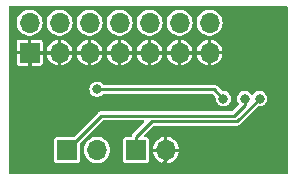
<source format=gbr>
%TF.GenerationSoftware,KiCad,Pcbnew,7.0.6-0*%
%TF.CreationDate,2024-10-04T12:43:47+02:00*%
%TF.ProjectId,Z3660_CPLD_prog,5a333636-305f-4435-904c-445f70726f67,rev?*%
%TF.SameCoordinates,Original*%
%TF.FileFunction,Copper,L2,Bot*%
%TF.FilePolarity,Positive*%
%FSLAX46Y46*%
G04 Gerber Fmt 4.6, Leading zero omitted, Abs format (unit mm)*
G04 Created by KiCad (PCBNEW 7.0.6-0) date 2024-10-04 12:43:47*
%MOMM*%
%LPD*%
G01*
G04 APERTURE LIST*
%TA.AperFunction,ComponentPad*%
%ADD10R,1.700000X1.700000*%
%TD*%
%TA.AperFunction,ComponentPad*%
%ADD11O,1.700000X1.700000*%
%TD*%
%TA.AperFunction,ViaPad*%
%ADD12C,0.800000*%
%TD*%
%TA.AperFunction,Conductor*%
%ADD13C,0.250000*%
%TD*%
G04 APERTURE END LIST*
D10*
%TO.P,J2,1,Pin_1*%
%TO.N,I2C0_SDA*%
X136650000Y-54350000D03*
D11*
%TO.P,J2,2,Pin_2*%
%TO.N,+3V3*%
X139190000Y-54350000D03*
%TD*%
D10*
%TO.P,J1,1,Pin_1*%
%TO.N,I2C0_CLK*%
X142490000Y-54350000D03*
D11*
%TO.P,J1,2,Pin_2*%
%TO.N,Earth*%
X145030000Y-54350000D03*
%TD*%
D10*
%TO.P,J3,1,Pin_1*%
%TO.N,Earth*%
X133480000Y-46100000D03*
D11*
%TO.P,J3,2,Pin_2*%
%TO.N,unconnected-(J3-Pin_2-Pad2)*%
X133480000Y-43560000D03*
%TO.P,J3,3,Pin_3*%
%TO.N,Earth*%
X136020000Y-46100000D03*
%TO.P,J3,4,Pin_4*%
%TO.N,TDI*%
X136020000Y-43560000D03*
%TO.P,J3,5,Pin_5*%
%TO.N,Earth*%
X138560000Y-46100000D03*
%TO.P,J3,6,Pin_6*%
%TO.N,TDO*%
X138560000Y-43560000D03*
%TO.P,J3,7,Pin_7*%
%TO.N,Earth*%
X141100000Y-46100000D03*
%TO.P,J3,8,Pin_8*%
%TO.N,TMS*%
X141100000Y-43560000D03*
%TO.P,J3,9,Pin_9*%
%TO.N,Earth*%
X143640000Y-46100000D03*
%TO.P,J3,10,Pin_10*%
%TO.N,TCK*%
X143640000Y-43560000D03*
%TO.P,J3,11,Pin_11*%
%TO.N,Earth*%
X146180000Y-46100000D03*
%TO.P,J3,12,Pin_12*%
%TO.N,unconnected-(J3-Pin_12-Pad12)*%
X146180000Y-43560000D03*
%TO.P,J3,13,Pin_13*%
%TO.N,Earth*%
X148720000Y-46100000D03*
%TO.P,J3,14,Pin_14*%
%TO.N,unconnected-(J3-Pin_14-Pad14)*%
X148720000Y-43560000D03*
%TD*%
D12*
%TO.N,+3V3*%
X139200000Y-49200000D03*
X149900000Y-50000000D03*
%TO.N,I2C0_CLK*%
X152950000Y-50000000D03*
%TO.N,I2C0_SDA*%
X151699998Y-50000000D03*
%TD*%
D13*
%TO.N,+3V3*%
X139200000Y-49200000D02*
X149100000Y-49200000D01*
X149100000Y-49200000D02*
X149900000Y-50000000D01*
%TO.N,Earth*%
X144250000Y-55950000D02*
X145030000Y-55170000D01*
X133480000Y-53980000D02*
X135450000Y-55950000D01*
X145030000Y-55170000D02*
X145030000Y-54350000D01*
X133480000Y-46100000D02*
X133480000Y-53980000D01*
X135450000Y-55950000D02*
X144250000Y-55950000D01*
X133480000Y-46100000D02*
X148720000Y-46100000D01*
%TO.N,I2C0_CLK*%
X142490000Y-54350000D02*
X142490000Y-53250000D01*
X143840000Y-51900000D02*
X151050000Y-51900000D01*
X151050000Y-51900000D02*
X152950000Y-50000000D01*
X142490000Y-53250000D02*
X143840000Y-51900000D01*
%TO.N,I2C0_SDA*%
X136650000Y-54350000D02*
X139550000Y-51450000D01*
X151699998Y-50550002D02*
X151699998Y-50000000D01*
X139550000Y-51450000D02*
X150800000Y-51450000D01*
X150800000Y-51450000D02*
X151699998Y-50550002D01*
%TD*%
%TA.AperFunction,Conductor*%
%TO.N,Earth*%
G36*
X155292539Y-42170185D02*
G01*
X155338294Y-42222989D01*
X155349500Y-42274500D01*
X155349500Y-56275500D01*
X155329815Y-56342539D01*
X155277011Y-56388294D01*
X155225500Y-56399500D01*
X131824500Y-56399500D01*
X131757461Y-56379815D01*
X131711706Y-56327011D01*
X131700500Y-56275500D01*
X131700500Y-55224678D01*
X135549500Y-55224678D01*
X135564032Y-55297735D01*
X135564033Y-55297739D01*
X135564034Y-55297740D01*
X135619399Y-55380601D01*
X135702259Y-55435965D01*
X135702260Y-55435966D01*
X135702264Y-55435967D01*
X135775321Y-55450499D01*
X135775324Y-55450500D01*
X135775326Y-55450500D01*
X137524676Y-55450500D01*
X137524677Y-55450499D01*
X137597740Y-55435966D01*
X137680601Y-55380601D01*
X137735966Y-55297740D01*
X137750500Y-55224674D01*
X137750500Y-54350000D01*
X138084785Y-54350000D01*
X138103602Y-54553082D01*
X138159417Y-54749247D01*
X138159422Y-54749260D01*
X138250327Y-54931821D01*
X138373237Y-55094581D01*
X138523958Y-55231980D01*
X138523960Y-55231982D01*
X138623141Y-55293392D01*
X138697363Y-55339348D01*
X138887544Y-55413024D01*
X139088024Y-55450500D01*
X139088026Y-55450500D01*
X139291974Y-55450500D01*
X139291976Y-55450500D01*
X139492456Y-55413024D01*
X139682637Y-55339348D01*
X139856041Y-55231981D01*
X140006764Y-55094579D01*
X140129673Y-54931821D01*
X140220582Y-54749250D01*
X140276397Y-54553083D01*
X140295215Y-54350000D01*
X140276397Y-54146917D01*
X140220582Y-53950750D01*
X140215221Y-53939984D01*
X140129804Y-53768443D01*
X140129673Y-53768179D01*
X140006764Y-53605421D01*
X140006762Y-53605418D01*
X139856041Y-53468019D01*
X139856039Y-53468017D01*
X139682642Y-53360655D01*
X139682635Y-53360651D01*
X139493705Y-53287460D01*
X139492456Y-53286976D01*
X139291976Y-53249500D01*
X139088024Y-53249500D01*
X138887544Y-53286976D01*
X138887541Y-53286976D01*
X138887541Y-53286977D01*
X138697364Y-53360651D01*
X138697357Y-53360655D01*
X138523960Y-53468017D01*
X138523958Y-53468019D01*
X138373237Y-53605418D01*
X138250327Y-53768178D01*
X138159422Y-53950739D01*
X138159417Y-53950752D01*
X138103602Y-54146917D01*
X138084785Y-54349999D01*
X138084785Y-54350000D01*
X137750500Y-54350000D01*
X137750500Y-53831898D01*
X137770185Y-53764859D01*
X137786819Y-53744217D01*
X139669218Y-51861819D01*
X139730541Y-51828334D01*
X139756899Y-51825500D01*
X143084100Y-51825500D01*
X143151139Y-51845185D01*
X143196894Y-51897989D01*
X143206838Y-51967147D01*
X143177813Y-52030703D01*
X143171781Y-52037181D01*
X142261108Y-52947852D01*
X142241254Y-52963976D01*
X142232165Y-52969914D01*
X142232164Y-52969915D01*
X142210363Y-52997923D01*
X142205286Y-53003674D01*
X142202484Y-53006477D01*
X142202474Y-53006488D01*
X142188905Y-53025495D01*
X142155192Y-53068808D01*
X142151447Y-53075729D01*
X142147988Y-53082804D01*
X142140531Y-53107853D01*
X142132329Y-53135403D01*
X142121907Y-53165760D01*
X142081525Y-53222776D01*
X142016726Y-53248908D01*
X142004626Y-53249500D01*
X141615323Y-53249500D01*
X141542264Y-53264032D01*
X141542260Y-53264033D01*
X141459399Y-53319399D01*
X141404033Y-53402260D01*
X141404032Y-53402264D01*
X141389500Y-53475321D01*
X141389499Y-53475323D01*
X141389499Y-55224676D01*
X141389500Y-55224678D01*
X141404032Y-55297735D01*
X141404033Y-55297739D01*
X141404034Y-55297740D01*
X141459399Y-55380601D01*
X141542259Y-55435965D01*
X141542260Y-55435966D01*
X141542264Y-55435967D01*
X141615321Y-55450499D01*
X141615324Y-55450500D01*
X141615326Y-55450500D01*
X143364676Y-55450500D01*
X143364677Y-55450499D01*
X143437740Y-55435966D01*
X143520601Y-55380601D01*
X143575966Y-55297740D01*
X143590500Y-55224674D01*
X143590500Y-54224999D01*
X143936869Y-54224999D01*
X143936870Y-54225000D01*
X144596958Y-54225000D01*
X144576190Y-54315992D01*
X144586327Y-54451265D01*
X144595642Y-54475000D01*
X143936870Y-54475000D01*
X143944097Y-54552989D01*
X143944097Y-54552992D01*
X143999883Y-54749063D01*
X143999886Y-54749069D01*
X144090754Y-54931556D01*
X144213608Y-55094242D01*
X144364260Y-55231578D01*
X144537584Y-55338897D01*
X144727678Y-55412539D01*
X144905000Y-55445686D01*
X144905000Y-54782364D01*
X144962173Y-54800000D01*
X145063724Y-54800000D01*
X145155000Y-54786242D01*
X145155000Y-55445686D01*
X145332321Y-55412539D01*
X145522415Y-55338897D01*
X145695739Y-55231578D01*
X145846391Y-55094242D01*
X145969245Y-54931556D01*
X146060113Y-54749069D01*
X146060116Y-54749063D01*
X146115902Y-54552992D01*
X146115902Y-54552989D01*
X146123130Y-54475000D01*
X145463042Y-54475000D01*
X145483810Y-54384008D01*
X145473673Y-54248735D01*
X145464358Y-54225000D01*
X146123130Y-54225000D01*
X146123130Y-54224999D01*
X146115902Y-54147010D01*
X146115902Y-54147007D01*
X146060116Y-53950936D01*
X146060113Y-53950930D01*
X145969245Y-53768443D01*
X145846391Y-53605757D01*
X145695739Y-53468421D01*
X145522415Y-53361102D01*
X145332321Y-53287460D01*
X145155000Y-53254312D01*
X145155000Y-53917635D01*
X145097827Y-53900000D01*
X144996276Y-53900000D01*
X144905000Y-53913757D01*
X144905000Y-53254312D01*
X144727678Y-53287460D01*
X144537584Y-53361102D01*
X144364260Y-53468421D01*
X144213608Y-53605757D01*
X144090754Y-53768443D01*
X143999886Y-53950930D01*
X143999883Y-53950936D01*
X143944097Y-54147007D01*
X143944097Y-54147010D01*
X143936869Y-54224999D01*
X143590500Y-54224999D01*
X143590500Y-53475326D01*
X143590500Y-53475325D01*
X143590500Y-53475323D01*
X143590499Y-53475321D01*
X143575967Y-53402264D01*
X143575966Y-53402260D01*
X143575965Y-53402259D01*
X143520601Y-53319399D01*
X143437740Y-53264034D01*
X143437739Y-53264033D01*
X143437735Y-53264032D01*
X143364677Y-53249500D01*
X143364674Y-53249500D01*
X143320899Y-53249500D01*
X143253860Y-53229815D01*
X143208105Y-53177011D01*
X143198161Y-53107853D01*
X143227186Y-53044297D01*
X143233218Y-53037819D01*
X143959218Y-52311819D01*
X144020541Y-52278334D01*
X144046899Y-52275500D01*
X150998196Y-52275500D01*
X151023641Y-52278139D01*
X151027440Y-52278935D01*
X151034268Y-52280367D01*
X151055225Y-52277754D01*
X151069492Y-52275977D01*
X151077168Y-52275500D01*
X151081112Y-52275500D01*
X151081114Y-52275500D01*
X151081116Y-52275499D01*
X151081122Y-52275499D01*
X151096487Y-52272934D01*
X151104140Y-52271657D01*
X151158626Y-52264866D01*
X151158627Y-52264865D01*
X151158629Y-52264865D01*
X151166141Y-52262628D01*
X151173606Y-52260066D01*
X151173606Y-52260065D01*
X151173610Y-52260065D01*
X151221877Y-52233944D01*
X151271211Y-52209826D01*
X151271213Y-52209823D01*
X151277594Y-52205268D01*
X151283819Y-52200422D01*
X151283826Y-52200419D01*
X151321007Y-52160029D01*
X152794217Y-50686819D01*
X152855541Y-50653334D01*
X152881899Y-50650500D01*
X153028985Y-50650500D01*
X153182365Y-50612696D01*
X153182365Y-50612695D01*
X153322240Y-50539283D01*
X153440483Y-50434530D01*
X153530220Y-50304523D01*
X153586237Y-50156818D01*
X153605278Y-50000000D01*
X153586237Y-49843182D01*
X153530220Y-49695477D01*
X153440483Y-49565470D01*
X153322240Y-49460717D01*
X153322238Y-49460716D01*
X153322237Y-49460715D01*
X153182365Y-49387303D01*
X153028986Y-49349500D01*
X153028985Y-49349500D01*
X152871015Y-49349500D01*
X152871014Y-49349500D01*
X152717634Y-49387303D01*
X152577762Y-49460715D01*
X152459516Y-49565471D01*
X152427049Y-49612508D01*
X152372766Y-49656498D01*
X152303317Y-49664158D01*
X152240753Y-49633055D01*
X152222949Y-49612508D01*
X152210992Y-49595185D01*
X152190481Y-49565470D01*
X152072238Y-49460717D01*
X152072236Y-49460716D01*
X152072235Y-49460715D01*
X151932363Y-49387303D01*
X151778984Y-49349500D01*
X151778983Y-49349500D01*
X151621013Y-49349500D01*
X151621012Y-49349500D01*
X151467632Y-49387303D01*
X151327760Y-49460715D01*
X151209514Y-49565471D01*
X151119779Y-49695475D01*
X151119778Y-49695476D01*
X151063760Y-49843181D01*
X151044720Y-49999999D01*
X151044720Y-50000000D01*
X151063760Y-50156818D01*
X151119778Y-50304523D01*
X151119779Y-50304524D01*
X151181404Y-50393804D01*
X151203287Y-50460159D01*
X151185822Y-50527810D01*
X151167035Y-50551925D01*
X150680781Y-51038181D01*
X150619458Y-51071666D01*
X150593100Y-51074500D01*
X139601804Y-51074500D01*
X139576357Y-51071861D01*
X139573713Y-51071306D01*
X139565729Y-51069632D01*
X139530509Y-51074023D01*
X139522832Y-51074500D01*
X139518886Y-51074500D01*
X139501606Y-51077383D01*
X139495846Y-51078344D01*
X139441368Y-51085135D01*
X139433844Y-51087375D01*
X139426392Y-51089934D01*
X139378119Y-51116057D01*
X139328790Y-51140172D01*
X139322398Y-51144735D01*
X139316174Y-51149580D01*
X139279003Y-51189958D01*
X138259136Y-52209826D01*
X137255781Y-53213181D01*
X137194458Y-53246666D01*
X137168100Y-53249500D01*
X135775323Y-53249500D01*
X135702264Y-53264032D01*
X135702260Y-53264033D01*
X135619399Y-53319399D01*
X135564033Y-53402260D01*
X135564032Y-53402264D01*
X135549500Y-53475321D01*
X135549500Y-55224678D01*
X131700500Y-55224678D01*
X131700500Y-49200000D01*
X138544722Y-49200000D01*
X138563762Y-49356818D01*
X138619780Y-49504523D01*
X138709517Y-49634530D01*
X138827760Y-49739283D01*
X138827762Y-49739284D01*
X138967634Y-49812696D01*
X139121014Y-49850500D01*
X139121015Y-49850500D01*
X139278985Y-49850500D01*
X139432365Y-49812696D01*
X139432364Y-49812695D01*
X139572240Y-49739283D01*
X139690483Y-49634530D01*
X139694257Y-49629061D01*
X139748537Y-49585071D01*
X139796308Y-49575500D01*
X148893101Y-49575500D01*
X148960140Y-49595185D01*
X148980782Y-49611819D01*
X149215481Y-49846518D01*
X149248966Y-49907841D01*
X149250896Y-49949143D01*
X149244722Y-49999997D01*
X149244722Y-50000000D01*
X149263762Y-50156818D01*
X149319780Y-50304523D01*
X149409517Y-50434530D01*
X149527760Y-50539283D01*
X149527762Y-50539284D01*
X149667634Y-50612696D01*
X149821014Y-50650500D01*
X149821015Y-50650500D01*
X149978985Y-50650500D01*
X150132365Y-50612696D01*
X150132364Y-50612695D01*
X150272240Y-50539283D01*
X150390483Y-50434530D01*
X150480220Y-50304523D01*
X150536237Y-50156818D01*
X150555278Y-50000000D01*
X150536237Y-49843182D01*
X150480220Y-49695477D01*
X150390483Y-49565470D01*
X150272240Y-49460717D01*
X150272238Y-49460716D01*
X150272237Y-49460715D01*
X150132365Y-49387303D01*
X149978986Y-49349500D01*
X149978985Y-49349500D01*
X149831900Y-49349500D01*
X149764861Y-49329815D01*
X149744219Y-49313181D01*
X149402149Y-48971111D01*
X149386022Y-48951252D01*
X149380086Y-48942167D01*
X149380083Y-48942163D01*
X149352074Y-48920363D01*
X149346310Y-48915272D01*
X149343515Y-48912477D01*
X149324505Y-48898906D01*
X149281189Y-48865190D01*
X149274274Y-48861448D01*
X149267200Y-48857990D01*
X149214596Y-48842329D01*
X149162658Y-48824499D01*
X149154923Y-48823208D01*
X149147085Y-48822231D01*
X149092244Y-48824500D01*
X139796308Y-48824500D01*
X139729269Y-48804815D01*
X139694257Y-48770938D01*
X139690483Y-48765470D01*
X139572240Y-48660717D01*
X139572238Y-48660716D01*
X139572237Y-48660715D01*
X139432365Y-48587303D01*
X139278986Y-48549500D01*
X139278985Y-48549500D01*
X139121015Y-48549500D01*
X139121014Y-48549500D01*
X138967634Y-48587303D01*
X138827762Y-48660715D01*
X138709516Y-48765471D01*
X138619781Y-48895475D01*
X138619780Y-48895476D01*
X138563762Y-49043181D01*
X138544722Y-49199999D01*
X138544722Y-49200000D01*
X131700500Y-49200000D01*
X131700500Y-46974628D01*
X132380000Y-46974628D01*
X132394503Y-47047540D01*
X132394505Y-47047544D01*
X132449760Y-47130239D01*
X132532455Y-47185494D01*
X132532459Y-47185496D01*
X132605371Y-47199999D01*
X132605374Y-47200000D01*
X133355000Y-47200000D01*
X133355000Y-46587169D01*
X133444237Y-46600000D01*
X133515763Y-46600000D01*
X133605000Y-46587169D01*
X133605000Y-47200000D01*
X134354626Y-47200000D01*
X134354628Y-47199999D01*
X134427540Y-47185496D01*
X134427544Y-47185494D01*
X134510239Y-47130239D01*
X134565494Y-47047544D01*
X134565496Y-47047540D01*
X134579999Y-46974628D01*
X134580000Y-46974626D01*
X134580000Y-46225000D01*
X133964405Y-46225000D01*
X133980000Y-46171889D01*
X133980000Y-46028111D01*
X133964405Y-45975000D01*
X134580000Y-45975000D01*
X134580000Y-45974999D01*
X134926869Y-45974999D01*
X134926870Y-45975000D01*
X135535595Y-45975000D01*
X135520000Y-46028111D01*
X135520000Y-46171889D01*
X135535595Y-46225000D01*
X134926870Y-46225000D01*
X134934097Y-46302989D01*
X134934097Y-46302992D01*
X134989883Y-46499063D01*
X134989886Y-46499069D01*
X135080754Y-46681556D01*
X135203608Y-46844242D01*
X135354260Y-46981578D01*
X135527584Y-47088897D01*
X135717678Y-47162539D01*
X135895000Y-47195686D01*
X135895000Y-46587169D01*
X135984237Y-46600000D01*
X136055763Y-46600000D01*
X136145000Y-46587169D01*
X136145000Y-47195686D01*
X136322321Y-47162539D01*
X136512415Y-47088897D01*
X136685739Y-46981578D01*
X136836391Y-46844242D01*
X136959245Y-46681556D01*
X137050113Y-46499069D01*
X137050116Y-46499063D01*
X137105902Y-46302992D01*
X137105902Y-46302989D01*
X137113130Y-46225000D01*
X136504405Y-46225000D01*
X136520000Y-46171889D01*
X136520000Y-46028111D01*
X136504405Y-45975000D01*
X137113130Y-45975000D01*
X137113130Y-45974999D01*
X137466869Y-45974999D01*
X137466870Y-45975000D01*
X138075595Y-45975000D01*
X138060000Y-46028111D01*
X138060000Y-46171889D01*
X138075595Y-46225000D01*
X137466870Y-46225000D01*
X137474097Y-46302989D01*
X137474097Y-46302992D01*
X137529883Y-46499063D01*
X137529886Y-46499069D01*
X137620754Y-46681556D01*
X137743608Y-46844242D01*
X137894260Y-46981578D01*
X138067584Y-47088897D01*
X138257678Y-47162539D01*
X138435000Y-47195686D01*
X138435000Y-46587169D01*
X138524237Y-46600000D01*
X138595763Y-46600000D01*
X138685000Y-46587169D01*
X138685000Y-47195686D01*
X138862321Y-47162539D01*
X139052415Y-47088897D01*
X139225739Y-46981578D01*
X139376391Y-46844242D01*
X139499245Y-46681556D01*
X139590113Y-46499069D01*
X139590116Y-46499063D01*
X139645902Y-46302992D01*
X139645902Y-46302989D01*
X139653130Y-46225000D01*
X139044405Y-46225000D01*
X139060000Y-46171889D01*
X139060000Y-46028111D01*
X139044405Y-45975000D01*
X139653130Y-45975000D01*
X139653130Y-45974999D01*
X140006869Y-45974999D01*
X140006870Y-45975000D01*
X140615595Y-45975000D01*
X140600000Y-46028111D01*
X140600000Y-46171889D01*
X140615595Y-46225000D01*
X140006870Y-46225000D01*
X140014097Y-46302989D01*
X140014097Y-46302992D01*
X140069883Y-46499063D01*
X140069886Y-46499069D01*
X140160754Y-46681556D01*
X140283608Y-46844242D01*
X140434260Y-46981578D01*
X140607584Y-47088897D01*
X140797678Y-47162539D01*
X140975000Y-47195686D01*
X140975000Y-46587169D01*
X141064237Y-46600000D01*
X141135763Y-46600000D01*
X141225000Y-46587169D01*
X141225000Y-47195686D01*
X141402321Y-47162539D01*
X141592415Y-47088897D01*
X141765739Y-46981578D01*
X141916391Y-46844242D01*
X142039245Y-46681556D01*
X142130113Y-46499069D01*
X142130116Y-46499063D01*
X142185902Y-46302992D01*
X142185902Y-46302989D01*
X142193130Y-46225000D01*
X141584405Y-46225000D01*
X141600000Y-46171889D01*
X141600000Y-46028111D01*
X141584405Y-45975000D01*
X142193130Y-45975000D01*
X142193130Y-45974999D01*
X142546869Y-45974999D01*
X142546870Y-45975000D01*
X143155595Y-45975000D01*
X143140000Y-46028111D01*
X143140000Y-46171889D01*
X143155595Y-46225000D01*
X142546870Y-46225000D01*
X142554097Y-46302989D01*
X142554097Y-46302992D01*
X142609883Y-46499063D01*
X142609886Y-46499069D01*
X142700754Y-46681556D01*
X142823608Y-46844242D01*
X142974260Y-46981578D01*
X143147584Y-47088897D01*
X143337678Y-47162539D01*
X143515000Y-47195686D01*
X143515000Y-46587169D01*
X143604237Y-46600000D01*
X143675763Y-46600000D01*
X143765000Y-46587169D01*
X143765000Y-47195686D01*
X143942321Y-47162539D01*
X144132415Y-47088897D01*
X144305739Y-46981578D01*
X144456391Y-46844242D01*
X144579245Y-46681556D01*
X144670113Y-46499069D01*
X144670116Y-46499063D01*
X144725902Y-46302992D01*
X144725902Y-46302989D01*
X144733130Y-46225000D01*
X144124405Y-46225000D01*
X144140000Y-46171889D01*
X144140000Y-46028111D01*
X144124405Y-45975000D01*
X144733130Y-45975000D01*
X144733130Y-45974999D01*
X145086869Y-45974999D01*
X145086870Y-45975000D01*
X145695595Y-45975000D01*
X145680000Y-46028111D01*
X145680000Y-46171889D01*
X145695595Y-46225000D01*
X145086870Y-46225000D01*
X145094097Y-46302989D01*
X145094097Y-46302992D01*
X145149883Y-46499063D01*
X145149886Y-46499069D01*
X145240754Y-46681556D01*
X145363608Y-46844242D01*
X145514260Y-46981578D01*
X145687584Y-47088897D01*
X145877678Y-47162539D01*
X146055000Y-47195686D01*
X146055000Y-46587169D01*
X146144237Y-46600000D01*
X146215763Y-46600000D01*
X146305000Y-46587169D01*
X146305000Y-47195686D01*
X146482321Y-47162539D01*
X146672415Y-47088897D01*
X146845739Y-46981578D01*
X146996391Y-46844242D01*
X147119245Y-46681556D01*
X147210113Y-46499069D01*
X147210116Y-46499063D01*
X147265902Y-46302992D01*
X147265902Y-46302989D01*
X147273130Y-46225000D01*
X146664405Y-46225000D01*
X146680000Y-46171889D01*
X146680000Y-46028111D01*
X146664405Y-45975000D01*
X147273130Y-45975000D01*
X147273130Y-45974999D01*
X147626869Y-45974999D01*
X147626870Y-45975000D01*
X148235595Y-45975000D01*
X148220000Y-46028111D01*
X148220000Y-46171889D01*
X148235595Y-46225000D01*
X147626870Y-46225000D01*
X147634097Y-46302989D01*
X147634097Y-46302992D01*
X147689883Y-46499063D01*
X147689886Y-46499069D01*
X147780754Y-46681556D01*
X147903608Y-46844242D01*
X148054260Y-46981578D01*
X148227584Y-47088897D01*
X148417678Y-47162539D01*
X148595000Y-47195686D01*
X148595000Y-46587169D01*
X148684237Y-46600000D01*
X148755763Y-46600000D01*
X148845000Y-46587169D01*
X148845000Y-47195686D01*
X149022321Y-47162539D01*
X149212415Y-47088897D01*
X149385739Y-46981578D01*
X149536391Y-46844242D01*
X149659245Y-46681556D01*
X149750113Y-46499069D01*
X149750116Y-46499063D01*
X149805902Y-46302992D01*
X149805902Y-46302989D01*
X149813130Y-46225000D01*
X149204405Y-46225000D01*
X149220000Y-46171889D01*
X149220000Y-46028111D01*
X149204405Y-45975000D01*
X149813130Y-45975000D01*
X149813130Y-45974999D01*
X149805902Y-45897010D01*
X149805902Y-45897007D01*
X149750116Y-45700936D01*
X149750113Y-45700930D01*
X149659245Y-45518443D01*
X149536391Y-45355757D01*
X149385739Y-45218421D01*
X149212415Y-45111102D01*
X149022321Y-45037460D01*
X148845000Y-45004312D01*
X148845000Y-45612830D01*
X148755763Y-45600000D01*
X148684237Y-45600000D01*
X148595000Y-45612830D01*
X148595000Y-45004312D01*
X148417678Y-45037460D01*
X148227584Y-45111102D01*
X148054260Y-45218421D01*
X147903608Y-45355757D01*
X147780754Y-45518443D01*
X147689886Y-45700930D01*
X147689883Y-45700936D01*
X147634097Y-45897007D01*
X147634097Y-45897010D01*
X147626869Y-45974999D01*
X147273130Y-45974999D01*
X147265902Y-45897010D01*
X147265902Y-45897007D01*
X147210116Y-45700936D01*
X147210113Y-45700930D01*
X147119245Y-45518443D01*
X146996391Y-45355757D01*
X146845739Y-45218421D01*
X146672415Y-45111102D01*
X146482321Y-45037460D01*
X146305000Y-45004312D01*
X146305000Y-45612830D01*
X146215763Y-45600000D01*
X146144237Y-45600000D01*
X146055000Y-45612830D01*
X146055000Y-45004312D01*
X145877678Y-45037460D01*
X145687584Y-45111102D01*
X145514260Y-45218421D01*
X145363608Y-45355757D01*
X145240754Y-45518443D01*
X145149886Y-45700930D01*
X145149883Y-45700936D01*
X145094097Y-45897007D01*
X145094097Y-45897010D01*
X145086869Y-45974999D01*
X144733130Y-45974999D01*
X144725902Y-45897010D01*
X144725902Y-45897007D01*
X144670116Y-45700936D01*
X144670113Y-45700930D01*
X144579245Y-45518443D01*
X144456391Y-45355757D01*
X144305739Y-45218421D01*
X144132415Y-45111102D01*
X143942321Y-45037460D01*
X143765000Y-45004312D01*
X143765000Y-45612830D01*
X143675763Y-45600000D01*
X143604237Y-45600000D01*
X143515000Y-45612830D01*
X143515000Y-45004312D01*
X143337678Y-45037460D01*
X143147584Y-45111102D01*
X142974260Y-45218421D01*
X142823608Y-45355757D01*
X142700754Y-45518443D01*
X142609886Y-45700930D01*
X142609883Y-45700936D01*
X142554097Y-45897007D01*
X142554097Y-45897010D01*
X142546869Y-45974999D01*
X142193130Y-45974999D01*
X142185902Y-45897010D01*
X142185902Y-45897007D01*
X142130116Y-45700936D01*
X142130113Y-45700930D01*
X142039245Y-45518443D01*
X141916391Y-45355757D01*
X141765739Y-45218421D01*
X141592415Y-45111102D01*
X141402321Y-45037460D01*
X141225000Y-45004312D01*
X141225000Y-45612830D01*
X141135763Y-45600000D01*
X141064237Y-45600000D01*
X140975000Y-45612830D01*
X140975000Y-45004312D01*
X140797678Y-45037460D01*
X140607584Y-45111102D01*
X140434260Y-45218421D01*
X140283608Y-45355757D01*
X140160754Y-45518443D01*
X140069886Y-45700930D01*
X140069883Y-45700936D01*
X140014097Y-45897007D01*
X140014097Y-45897010D01*
X140006869Y-45974999D01*
X139653130Y-45974999D01*
X139645902Y-45897010D01*
X139645902Y-45897007D01*
X139590116Y-45700936D01*
X139590113Y-45700930D01*
X139499245Y-45518443D01*
X139376391Y-45355757D01*
X139225739Y-45218421D01*
X139052415Y-45111102D01*
X138862321Y-45037460D01*
X138685000Y-45004312D01*
X138685000Y-45612830D01*
X138595763Y-45600000D01*
X138524237Y-45600000D01*
X138435000Y-45612830D01*
X138435000Y-45004312D01*
X138257678Y-45037460D01*
X138067584Y-45111102D01*
X137894260Y-45218421D01*
X137743608Y-45355757D01*
X137620754Y-45518443D01*
X137529886Y-45700930D01*
X137529883Y-45700936D01*
X137474097Y-45897007D01*
X137474097Y-45897010D01*
X137466869Y-45974999D01*
X137113130Y-45974999D01*
X137105902Y-45897010D01*
X137105902Y-45897007D01*
X137050116Y-45700936D01*
X137050113Y-45700930D01*
X136959245Y-45518443D01*
X136836391Y-45355757D01*
X136685739Y-45218421D01*
X136512415Y-45111102D01*
X136322321Y-45037460D01*
X136145000Y-45004312D01*
X136145000Y-45612830D01*
X136055763Y-45600000D01*
X135984237Y-45600000D01*
X135895000Y-45612830D01*
X135895000Y-45004312D01*
X135717678Y-45037460D01*
X135527584Y-45111102D01*
X135354260Y-45218421D01*
X135203608Y-45355757D01*
X135080754Y-45518443D01*
X134989886Y-45700930D01*
X134989883Y-45700936D01*
X134934097Y-45897007D01*
X134934097Y-45897010D01*
X134926869Y-45974999D01*
X134580000Y-45974999D01*
X134580000Y-45225373D01*
X134579999Y-45225371D01*
X134565496Y-45152459D01*
X134565494Y-45152455D01*
X134510239Y-45069760D01*
X134427544Y-45014505D01*
X134427540Y-45014503D01*
X134354627Y-45000000D01*
X133605000Y-45000000D01*
X133605000Y-45612830D01*
X133515763Y-45600000D01*
X133444237Y-45600000D01*
X133355000Y-45612830D01*
X133355000Y-45000000D01*
X132605373Y-45000000D01*
X132532459Y-45014503D01*
X132532455Y-45014505D01*
X132449760Y-45069760D01*
X132394505Y-45152455D01*
X132394503Y-45152459D01*
X132380000Y-45225371D01*
X132380000Y-45975000D01*
X132995595Y-45975000D01*
X132980000Y-46028111D01*
X132980000Y-46171889D01*
X132995595Y-46225000D01*
X132380000Y-46225000D01*
X132380000Y-46974628D01*
X131700500Y-46974628D01*
X131700500Y-43560000D01*
X132374785Y-43560000D01*
X132393602Y-43763082D01*
X132449417Y-43959247D01*
X132449422Y-43959260D01*
X132540327Y-44141821D01*
X132663237Y-44304581D01*
X132813958Y-44441980D01*
X132813960Y-44441982D01*
X132913141Y-44503392D01*
X132987363Y-44549348D01*
X133177544Y-44623024D01*
X133378024Y-44660500D01*
X133378026Y-44660500D01*
X133581974Y-44660500D01*
X133581976Y-44660500D01*
X133782456Y-44623024D01*
X133972637Y-44549348D01*
X134146041Y-44441981D01*
X134296764Y-44304579D01*
X134419673Y-44141821D01*
X134510582Y-43959250D01*
X134566397Y-43763083D01*
X134585215Y-43560000D01*
X134914785Y-43560000D01*
X134933602Y-43763082D01*
X134989417Y-43959247D01*
X134989422Y-43959260D01*
X135080327Y-44141821D01*
X135203237Y-44304581D01*
X135353958Y-44441980D01*
X135353960Y-44441982D01*
X135453141Y-44503392D01*
X135527363Y-44549348D01*
X135717544Y-44623024D01*
X135918024Y-44660500D01*
X135918026Y-44660500D01*
X136121974Y-44660500D01*
X136121976Y-44660500D01*
X136322456Y-44623024D01*
X136512637Y-44549348D01*
X136686041Y-44441981D01*
X136836764Y-44304579D01*
X136959673Y-44141821D01*
X137050582Y-43959250D01*
X137106397Y-43763083D01*
X137125215Y-43560000D01*
X137454785Y-43560000D01*
X137473602Y-43763082D01*
X137529417Y-43959247D01*
X137529422Y-43959260D01*
X137620327Y-44141821D01*
X137743237Y-44304581D01*
X137893958Y-44441980D01*
X137893960Y-44441982D01*
X137993141Y-44503392D01*
X138067363Y-44549348D01*
X138257544Y-44623024D01*
X138458024Y-44660500D01*
X138458026Y-44660500D01*
X138661974Y-44660500D01*
X138661976Y-44660500D01*
X138862456Y-44623024D01*
X139052637Y-44549348D01*
X139226041Y-44441981D01*
X139376764Y-44304579D01*
X139499673Y-44141821D01*
X139590582Y-43959250D01*
X139646397Y-43763083D01*
X139665215Y-43560000D01*
X139994785Y-43560000D01*
X140013602Y-43763082D01*
X140069417Y-43959247D01*
X140069422Y-43959260D01*
X140160327Y-44141821D01*
X140283237Y-44304581D01*
X140433958Y-44441980D01*
X140433960Y-44441982D01*
X140533141Y-44503392D01*
X140607363Y-44549348D01*
X140797544Y-44623024D01*
X140998024Y-44660500D01*
X140998026Y-44660500D01*
X141201974Y-44660500D01*
X141201976Y-44660500D01*
X141402456Y-44623024D01*
X141592637Y-44549348D01*
X141766041Y-44441981D01*
X141916764Y-44304579D01*
X142039673Y-44141821D01*
X142130582Y-43959250D01*
X142186397Y-43763083D01*
X142205215Y-43560000D01*
X142534785Y-43560000D01*
X142553602Y-43763082D01*
X142609417Y-43959247D01*
X142609422Y-43959260D01*
X142700327Y-44141821D01*
X142823237Y-44304581D01*
X142973958Y-44441980D01*
X142973960Y-44441982D01*
X143073141Y-44503392D01*
X143147363Y-44549348D01*
X143337544Y-44623024D01*
X143538024Y-44660500D01*
X143538026Y-44660500D01*
X143741974Y-44660500D01*
X143741976Y-44660500D01*
X143942456Y-44623024D01*
X144132637Y-44549348D01*
X144306041Y-44441981D01*
X144456764Y-44304579D01*
X144579673Y-44141821D01*
X144670582Y-43959250D01*
X144726397Y-43763083D01*
X144745215Y-43560000D01*
X145074785Y-43560000D01*
X145093602Y-43763082D01*
X145149417Y-43959247D01*
X145149422Y-43959260D01*
X145240327Y-44141821D01*
X145363237Y-44304581D01*
X145513958Y-44441980D01*
X145513960Y-44441982D01*
X145613141Y-44503392D01*
X145687363Y-44549348D01*
X145877544Y-44623024D01*
X146078024Y-44660500D01*
X146078026Y-44660500D01*
X146281974Y-44660500D01*
X146281976Y-44660500D01*
X146482456Y-44623024D01*
X146672637Y-44549348D01*
X146846041Y-44441981D01*
X146996764Y-44304579D01*
X147119673Y-44141821D01*
X147210582Y-43959250D01*
X147266397Y-43763083D01*
X147285215Y-43560000D01*
X147614785Y-43560000D01*
X147633602Y-43763082D01*
X147689417Y-43959247D01*
X147689422Y-43959260D01*
X147780327Y-44141821D01*
X147903237Y-44304581D01*
X148053958Y-44441980D01*
X148053960Y-44441982D01*
X148153141Y-44503392D01*
X148227363Y-44549348D01*
X148417544Y-44623024D01*
X148618024Y-44660500D01*
X148618026Y-44660500D01*
X148821974Y-44660500D01*
X148821976Y-44660500D01*
X149022456Y-44623024D01*
X149212637Y-44549348D01*
X149386041Y-44441981D01*
X149536764Y-44304579D01*
X149659673Y-44141821D01*
X149750582Y-43959250D01*
X149806397Y-43763083D01*
X149825215Y-43560000D01*
X149806397Y-43356917D01*
X149750582Y-43160750D01*
X149659673Y-42978179D01*
X149536764Y-42815421D01*
X149536762Y-42815418D01*
X149386041Y-42678019D01*
X149386039Y-42678017D01*
X149212642Y-42570655D01*
X149212635Y-42570651D01*
X149117546Y-42533814D01*
X149022456Y-42496976D01*
X148821976Y-42459500D01*
X148618024Y-42459500D01*
X148417544Y-42496976D01*
X148417541Y-42496976D01*
X148417541Y-42496977D01*
X148227364Y-42570651D01*
X148227357Y-42570655D01*
X148053960Y-42678017D01*
X148053958Y-42678019D01*
X147903237Y-42815418D01*
X147780327Y-42978178D01*
X147689422Y-43160739D01*
X147689417Y-43160752D01*
X147633602Y-43356917D01*
X147614785Y-43559999D01*
X147614785Y-43560000D01*
X147285215Y-43560000D01*
X147266397Y-43356917D01*
X147210582Y-43160750D01*
X147119673Y-42978179D01*
X146996764Y-42815421D01*
X146996762Y-42815418D01*
X146846041Y-42678019D01*
X146846039Y-42678017D01*
X146672642Y-42570655D01*
X146672635Y-42570651D01*
X146577546Y-42533814D01*
X146482456Y-42496976D01*
X146281976Y-42459500D01*
X146078024Y-42459500D01*
X145877544Y-42496976D01*
X145877541Y-42496976D01*
X145877541Y-42496977D01*
X145687364Y-42570651D01*
X145687357Y-42570655D01*
X145513960Y-42678017D01*
X145513958Y-42678019D01*
X145363237Y-42815418D01*
X145240327Y-42978178D01*
X145149422Y-43160739D01*
X145149417Y-43160752D01*
X145093602Y-43356917D01*
X145074785Y-43559999D01*
X145074785Y-43560000D01*
X144745215Y-43560000D01*
X144726397Y-43356917D01*
X144670582Y-43160750D01*
X144579673Y-42978179D01*
X144456764Y-42815421D01*
X144456762Y-42815418D01*
X144306041Y-42678019D01*
X144306039Y-42678017D01*
X144132642Y-42570655D01*
X144132635Y-42570651D01*
X144037546Y-42533814D01*
X143942456Y-42496976D01*
X143741976Y-42459500D01*
X143538024Y-42459500D01*
X143337544Y-42496976D01*
X143337541Y-42496976D01*
X143337541Y-42496977D01*
X143147364Y-42570651D01*
X143147357Y-42570655D01*
X142973960Y-42678017D01*
X142973958Y-42678019D01*
X142823237Y-42815418D01*
X142700327Y-42978178D01*
X142609422Y-43160739D01*
X142609417Y-43160752D01*
X142553602Y-43356917D01*
X142534785Y-43559999D01*
X142534785Y-43560000D01*
X142205215Y-43560000D01*
X142186397Y-43356917D01*
X142130582Y-43160750D01*
X142039673Y-42978179D01*
X141916764Y-42815421D01*
X141916762Y-42815418D01*
X141766041Y-42678019D01*
X141766039Y-42678017D01*
X141592642Y-42570655D01*
X141592635Y-42570651D01*
X141497546Y-42533814D01*
X141402456Y-42496976D01*
X141201976Y-42459500D01*
X140998024Y-42459500D01*
X140797544Y-42496976D01*
X140797541Y-42496976D01*
X140797541Y-42496977D01*
X140607364Y-42570651D01*
X140607357Y-42570655D01*
X140433960Y-42678017D01*
X140433958Y-42678019D01*
X140283237Y-42815418D01*
X140160327Y-42978178D01*
X140069422Y-43160739D01*
X140069417Y-43160752D01*
X140013602Y-43356917D01*
X139994785Y-43559999D01*
X139994785Y-43560000D01*
X139665215Y-43560000D01*
X139646397Y-43356917D01*
X139590582Y-43160750D01*
X139499673Y-42978179D01*
X139376764Y-42815421D01*
X139376762Y-42815418D01*
X139226041Y-42678019D01*
X139226039Y-42678017D01*
X139052642Y-42570655D01*
X139052635Y-42570651D01*
X138957546Y-42533814D01*
X138862456Y-42496976D01*
X138661976Y-42459500D01*
X138458024Y-42459500D01*
X138257544Y-42496976D01*
X138257541Y-42496976D01*
X138257541Y-42496977D01*
X138067364Y-42570651D01*
X138067357Y-42570655D01*
X137893960Y-42678017D01*
X137893958Y-42678019D01*
X137743237Y-42815418D01*
X137620327Y-42978178D01*
X137529422Y-43160739D01*
X137529417Y-43160752D01*
X137473602Y-43356917D01*
X137454785Y-43559999D01*
X137454785Y-43560000D01*
X137125215Y-43560000D01*
X137106397Y-43356917D01*
X137050582Y-43160750D01*
X136959673Y-42978179D01*
X136836764Y-42815421D01*
X136836762Y-42815418D01*
X136686041Y-42678019D01*
X136686039Y-42678017D01*
X136512642Y-42570655D01*
X136512635Y-42570651D01*
X136417546Y-42533814D01*
X136322456Y-42496976D01*
X136121976Y-42459500D01*
X135918024Y-42459500D01*
X135717544Y-42496976D01*
X135717541Y-42496976D01*
X135717541Y-42496977D01*
X135527364Y-42570651D01*
X135527357Y-42570655D01*
X135353960Y-42678017D01*
X135353958Y-42678019D01*
X135203237Y-42815418D01*
X135080327Y-42978178D01*
X134989422Y-43160739D01*
X134989417Y-43160752D01*
X134933602Y-43356917D01*
X134914785Y-43559999D01*
X134914785Y-43560000D01*
X134585215Y-43560000D01*
X134566397Y-43356917D01*
X134510582Y-43160750D01*
X134419673Y-42978179D01*
X134296764Y-42815421D01*
X134296762Y-42815418D01*
X134146041Y-42678019D01*
X134146039Y-42678017D01*
X133972642Y-42570655D01*
X133972635Y-42570651D01*
X133877546Y-42533814D01*
X133782456Y-42496976D01*
X133581976Y-42459500D01*
X133378024Y-42459500D01*
X133177544Y-42496976D01*
X133177541Y-42496976D01*
X133177541Y-42496977D01*
X132987364Y-42570651D01*
X132987357Y-42570655D01*
X132813960Y-42678017D01*
X132813958Y-42678019D01*
X132663237Y-42815418D01*
X132540327Y-42978178D01*
X132449422Y-43160739D01*
X132449417Y-43160752D01*
X132393602Y-43356917D01*
X132374785Y-43559999D01*
X132374785Y-43560000D01*
X131700500Y-43560000D01*
X131700500Y-42274500D01*
X131720185Y-42207461D01*
X131772989Y-42161706D01*
X131824500Y-42150500D01*
X155225500Y-42150500D01*
X155292539Y-42170185D01*
G37*
%TD.AperFunction*%
%TD*%
M02*

</source>
